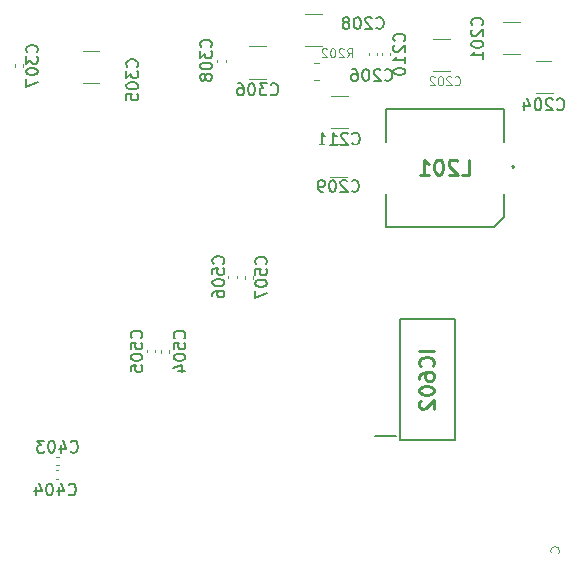
<source format=gbo>
%TF.GenerationSoftware,KiCad,Pcbnew,(5.1.10)-1*%
%TF.CreationDate,2021-07-14T15:21:17-07:00*%
%TF.ProjectId,laser,6c617365-722e-46b6-9963-61645f706362,rev?*%
%TF.SameCoordinates,Original*%
%TF.FileFunction,Legend,Bot*%
%TF.FilePolarity,Positive*%
%FSLAX46Y46*%
G04 Gerber Fmt 4.6, Leading zero omitted, Abs format (unit mm)*
G04 Created by KiCad (PCBNEW (5.1.10)-1) date 2021-07-14 15:21:17*
%MOMM*%
%LPD*%
G01*
G04 APERTURE LIST*
%ADD10C,0.120000*%
%ADD11C,0.200000*%
%ADD12C,0.127000*%
%ADD13C,0.100000*%
%ADD14C,0.150000*%
%ADD15C,0.254000*%
%ADD16C,4.200000*%
%ADD17C,4.500000*%
%ADD18C,1.650000*%
%ADD19R,1.650000X1.650000*%
%ADD20R,1.800000X0.450000*%
%ADD21R,2.000000X3.500000*%
%ADD22C,1.524000*%
G04 APERTURE END LIST*
D10*
%TO.C,R202*%
X185552936Y-87535000D02*
X186007064Y-87535000D01*
X185552936Y-86065000D02*
X186007064Y-86065000D01*
%TO.C,C211*%
X187003748Y-91610000D02*
X188426252Y-91610000D01*
X187003748Y-88890000D02*
X188426252Y-88890000D01*
%TO.C,C209*%
X188366252Y-92990000D02*
X186943748Y-92990000D01*
X188366252Y-95710000D02*
X186943748Y-95710000D01*
%TO.C,C208*%
X184858748Y-84680000D02*
X186281252Y-84680000D01*
X184858748Y-81960000D02*
X186281252Y-81960000D01*
%TO.C,C204*%
X205811252Y-85920000D02*
X204388748Y-85920000D01*
X205811252Y-88640000D02*
X204388748Y-88640000D01*
%TO.C,C202*%
X197071252Y-84030000D02*
X195648748Y-84030000D01*
X197071252Y-86750000D02*
X195648748Y-86750000D01*
%TO.C,C201*%
X201588748Y-85360000D02*
X203011252Y-85360000D01*
X201588748Y-82640000D02*
X203011252Y-82640000D01*
%TO.C,C505*%
X172130000Y-110392164D02*
X172130000Y-110607836D01*
X171410000Y-110392164D02*
X171410000Y-110607836D01*
%TO.C,C506*%
X178340000Y-104092164D02*
X178340000Y-104307836D01*
X179060000Y-104092164D02*
X179060000Y-104307836D01*
%TO.C,C206*%
X190960000Y-85457836D02*
X190960000Y-85242164D01*
X190240000Y-85457836D02*
X190240000Y-85242164D01*
%TO.C,C210*%
X191340000Y-85457836D02*
X191340000Y-85242164D01*
X192060000Y-85457836D02*
X192060000Y-85242164D01*
%TO.C,C307*%
X160950000Y-86417836D02*
X160950000Y-86202164D01*
X160230000Y-86417836D02*
X160230000Y-86202164D01*
%TO.C,C308*%
X178120000Y-86047836D02*
X178120000Y-85832164D01*
X177400000Y-86047836D02*
X177400000Y-85832164D01*
%TO.C,C403*%
X163977836Y-120150000D02*
X163762164Y-120150000D01*
X163977836Y-119430000D02*
X163762164Y-119430000D01*
%TO.C,C404*%
X163947836Y-120590000D02*
X163732164Y-120590000D01*
X163947836Y-121310000D02*
X163732164Y-121310000D01*
%TO.C,C504*%
X173330000Y-110402164D02*
X173330000Y-110617836D01*
X172610000Y-110402164D02*
X172610000Y-110617836D01*
%TO.C,C507*%
X180460000Y-104142164D02*
X180460000Y-104357836D01*
X179740000Y-104142164D02*
X179740000Y-104357836D01*
D11*
%TO.C,IC602*%
X190740000Y-117690000D02*
X192540000Y-117690000D01*
X192890000Y-107790000D02*
X192890000Y-117990000D01*
X197490000Y-107790000D02*
X192890000Y-107790000D01*
X197490000Y-117990000D02*
X197490000Y-107790000D01*
X192890000Y-117990000D02*
X197490000Y-117990000D01*
%TO.C,L201*%
X202460000Y-94970000D02*
X202460000Y-94970000D01*
X202460000Y-94770000D02*
X202460000Y-94770000D01*
D12*
X201660000Y-99170000D02*
X201660000Y-97170000D01*
X200860000Y-99970000D02*
X201660000Y-99170000D01*
X191660000Y-99970000D02*
X200860000Y-99970000D01*
X191660000Y-97170000D02*
X191660000Y-99970000D01*
X191660000Y-89970000D02*
X191660000Y-92770000D01*
X201660000Y-89970000D02*
X191660000Y-89970000D01*
X201660000Y-92770000D02*
X201660000Y-89970000D01*
D11*
X202460000Y-94970000D02*
G75*
G03*
X202460000Y-94770000I0J100000D01*
G01*
X202460000Y-94770000D02*
G75*
G03*
X202460000Y-94970000I0J-100000D01*
G01*
D10*
%TO.C,U101*%
X206381000Y-127432000D02*
G75*
G03*
X206381000Y-127432000I-381000J0D01*
G01*
%TO.C,C305*%
X167411252Y-87820000D02*
X165988748Y-87820000D01*
X167411252Y-85100000D02*
X165988748Y-85100000D01*
%TO.C,C306*%
X181501252Y-84690000D02*
X180078748Y-84690000D01*
X181501252Y-87410000D02*
X180078748Y-87410000D01*
%TO.C,R202*%
D13*
X188389285Y-85609285D02*
X188639285Y-85252142D01*
X188817857Y-85609285D02*
X188817857Y-84859285D01*
X188532142Y-84859285D01*
X188460714Y-84895000D01*
X188425000Y-84930714D01*
X188389285Y-85002142D01*
X188389285Y-85109285D01*
X188425000Y-85180714D01*
X188460714Y-85216428D01*
X188532142Y-85252142D01*
X188817857Y-85252142D01*
X188103571Y-84930714D02*
X188067857Y-84895000D01*
X187996428Y-84859285D01*
X187817857Y-84859285D01*
X187746428Y-84895000D01*
X187710714Y-84930714D01*
X187675000Y-85002142D01*
X187675000Y-85073571D01*
X187710714Y-85180714D01*
X188139285Y-85609285D01*
X187675000Y-85609285D01*
X187210714Y-84859285D02*
X187139285Y-84859285D01*
X187067857Y-84895000D01*
X187032142Y-84930714D01*
X186996428Y-85002142D01*
X186960714Y-85145000D01*
X186960714Y-85323571D01*
X186996428Y-85466428D01*
X187032142Y-85537857D01*
X187067857Y-85573571D01*
X187139285Y-85609285D01*
X187210714Y-85609285D01*
X187282142Y-85573571D01*
X187317857Y-85537857D01*
X187353571Y-85466428D01*
X187389285Y-85323571D01*
X187389285Y-85145000D01*
X187353571Y-85002142D01*
X187317857Y-84930714D01*
X187282142Y-84895000D01*
X187210714Y-84859285D01*
X186675000Y-84930714D02*
X186639285Y-84895000D01*
X186567857Y-84859285D01*
X186389285Y-84859285D01*
X186317857Y-84895000D01*
X186282142Y-84930714D01*
X186246428Y-85002142D01*
X186246428Y-85073571D01*
X186282142Y-85180714D01*
X186710714Y-85609285D01*
X186246428Y-85609285D01*
%TO.C,C211*%
D14*
X188834047Y-92907142D02*
X188881666Y-92954761D01*
X189024523Y-93002380D01*
X189119761Y-93002380D01*
X189262619Y-92954761D01*
X189357857Y-92859523D01*
X189405476Y-92764285D01*
X189453095Y-92573809D01*
X189453095Y-92430952D01*
X189405476Y-92240476D01*
X189357857Y-92145238D01*
X189262619Y-92050000D01*
X189119761Y-92002380D01*
X189024523Y-92002380D01*
X188881666Y-92050000D01*
X188834047Y-92097619D01*
X188453095Y-92097619D02*
X188405476Y-92050000D01*
X188310238Y-92002380D01*
X188072142Y-92002380D01*
X187976904Y-92050000D01*
X187929285Y-92097619D01*
X187881666Y-92192857D01*
X187881666Y-92288095D01*
X187929285Y-92430952D01*
X188500714Y-93002380D01*
X187881666Y-93002380D01*
X186929285Y-93002380D02*
X187500714Y-93002380D01*
X187215000Y-93002380D02*
X187215000Y-92002380D01*
X187310238Y-92145238D01*
X187405476Y-92240476D01*
X187500714Y-92288095D01*
X185976904Y-93002380D02*
X186548333Y-93002380D01*
X186262619Y-93002380D02*
X186262619Y-92002380D01*
X186357857Y-92145238D01*
X186453095Y-92240476D01*
X186548333Y-92288095D01*
%TO.C,C209*%
X188769047Y-96907142D02*
X188816666Y-96954761D01*
X188959523Y-97002380D01*
X189054761Y-97002380D01*
X189197619Y-96954761D01*
X189292857Y-96859523D01*
X189340476Y-96764285D01*
X189388095Y-96573809D01*
X189388095Y-96430952D01*
X189340476Y-96240476D01*
X189292857Y-96145238D01*
X189197619Y-96050000D01*
X189054761Y-96002380D01*
X188959523Y-96002380D01*
X188816666Y-96050000D01*
X188769047Y-96097619D01*
X188388095Y-96097619D02*
X188340476Y-96050000D01*
X188245238Y-96002380D01*
X188007142Y-96002380D01*
X187911904Y-96050000D01*
X187864285Y-96097619D01*
X187816666Y-96192857D01*
X187816666Y-96288095D01*
X187864285Y-96430952D01*
X188435714Y-97002380D01*
X187816666Y-97002380D01*
X187197619Y-96002380D02*
X187102380Y-96002380D01*
X187007142Y-96050000D01*
X186959523Y-96097619D01*
X186911904Y-96192857D01*
X186864285Y-96383333D01*
X186864285Y-96621428D01*
X186911904Y-96811904D01*
X186959523Y-96907142D01*
X187007142Y-96954761D01*
X187102380Y-97002380D01*
X187197619Y-97002380D01*
X187292857Y-96954761D01*
X187340476Y-96907142D01*
X187388095Y-96811904D01*
X187435714Y-96621428D01*
X187435714Y-96383333D01*
X187388095Y-96192857D01*
X187340476Y-96097619D01*
X187292857Y-96050000D01*
X187197619Y-96002380D01*
X186388095Y-97002380D02*
X186197619Y-97002380D01*
X186102380Y-96954761D01*
X186054761Y-96907142D01*
X185959523Y-96764285D01*
X185911904Y-96573809D01*
X185911904Y-96192857D01*
X185959523Y-96097619D01*
X186007142Y-96050000D01*
X186102380Y-96002380D01*
X186292857Y-96002380D01*
X186388095Y-96050000D01*
X186435714Y-96097619D01*
X186483333Y-96192857D01*
X186483333Y-96430952D01*
X186435714Y-96526190D01*
X186388095Y-96573809D01*
X186292857Y-96621428D01*
X186102380Y-96621428D01*
X186007142Y-96573809D01*
X185959523Y-96526190D01*
X185911904Y-96430952D01*
%TO.C,C208*%
X190869047Y-83117142D02*
X190916666Y-83164761D01*
X191059523Y-83212380D01*
X191154761Y-83212380D01*
X191297619Y-83164761D01*
X191392857Y-83069523D01*
X191440476Y-82974285D01*
X191488095Y-82783809D01*
X191488095Y-82640952D01*
X191440476Y-82450476D01*
X191392857Y-82355238D01*
X191297619Y-82260000D01*
X191154761Y-82212380D01*
X191059523Y-82212380D01*
X190916666Y-82260000D01*
X190869047Y-82307619D01*
X190488095Y-82307619D02*
X190440476Y-82260000D01*
X190345238Y-82212380D01*
X190107142Y-82212380D01*
X190011904Y-82260000D01*
X189964285Y-82307619D01*
X189916666Y-82402857D01*
X189916666Y-82498095D01*
X189964285Y-82640952D01*
X190535714Y-83212380D01*
X189916666Y-83212380D01*
X189297619Y-82212380D02*
X189202380Y-82212380D01*
X189107142Y-82260000D01*
X189059523Y-82307619D01*
X189011904Y-82402857D01*
X188964285Y-82593333D01*
X188964285Y-82831428D01*
X189011904Y-83021904D01*
X189059523Y-83117142D01*
X189107142Y-83164761D01*
X189202380Y-83212380D01*
X189297619Y-83212380D01*
X189392857Y-83164761D01*
X189440476Y-83117142D01*
X189488095Y-83021904D01*
X189535714Y-82831428D01*
X189535714Y-82593333D01*
X189488095Y-82402857D01*
X189440476Y-82307619D01*
X189392857Y-82260000D01*
X189297619Y-82212380D01*
X188392857Y-82640952D02*
X188488095Y-82593333D01*
X188535714Y-82545714D01*
X188583333Y-82450476D01*
X188583333Y-82402857D01*
X188535714Y-82307619D01*
X188488095Y-82260000D01*
X188392857Y-82212380D01*
X188202380Y-82212380D01*
X188107142Y-82260000D01*
X188059523Y-82307619D01*
X188011904Y-82402857D01*
X188011904Y-82450476D01*
X188059523Y-82545714D01*
X188107142Y-82593333D01*
X188202380Y-82640952D01*
X188392857Y-82640952D01*
X188488095Y-82688571D01*
X188535714Y-82736190D01*
X188583333Y-82831428D01*
X188583333Y-83021904D01*
X188535714Y-83117142D01*
X188488095Y-83164761D01*
X188392857Y-83212380D01*
X188202380Y-83212380D01*
X188107142Y-83164761D01*
X188059523Y-83117142D01*
X188011904Y-83021904D01*
X188011904Y-82831428D01*
X188059523Y-82736190D01*
X188107142Y-82688571D01*
X188202380Y-82640952D01*
%TO.C,C204*%
X206169047Y-90007142D02*
X206216666Y-90054761D01*
X206359523Y-90102380D01*
X206454761Y-90102380D01*
X206597619Y-90054761D01*
X206692857Y-89959523D01*
X206740476Y-89864285D01*
X206788095Y-89673809D01*
X206788095Y-89530952D01*
X206740476Y-89340476D01*
X206692857Y-89245238D01*
X206597619Y-89150000D01*
X206454761Y-89102380D01*
X206359523Y-89102380D01*
X206216666Y-89150000D01*
X206169047Y-89197619D01*
X205788095Y-89197619D02*
X205740476Y-89150000D01*
X205645238Y-89102380D01*
X205407142Y-89102380D01*
X205311904Y-89150000D01*
X205264285Y-89197619D01*
X205216666Y-89292857D01*
X205216666Y-89388095D01*
X205264285Y-89530952D01*
X205835714Y-90102380D01*
X205216666Y-90102380D01*
X204597619Y-89102380D02*
X204502380Y-89102380D01*
X204407142Y-89150000D01*
X204359523Y-89197619D01*
X204311904Y-89292857D01*
X204264285Y-89483333D01*
X204264285Y-89721428D01*
X204311904Y-89911904D01*
X204359523Y-90007142D01*
X204407142Y-90054761D01*
X204502380Y-90102380D01*
X204597619Y-90102380D01*
X204692857Y-90054761D01*
X204740476Y-90007142D01*
X204788095Y-89911904D01*
X204835714Y-89721428D01*
X204835714Y-89483333D01*
X204788095Y-89292857D01*
X204740476Y-89197619D01*
X204692857Y-89150000D01*
X204597619Y-89102380D01*
X203407142Y-89435714D02*
X203407142Y-90102380D01*
X203645238Y-89054761D02*
X203883333Y-89769047D01*
X203264285Y-89769047D01*
%TO.C,C202*%
D13*
X197509285Y-87917857D02*
X197545000Y-87953571D01*
X197652142Y-87989285D01*
X197723571Y-87989285D01*
X197830714Y-87953571D01*
X197902142Y-87882142D01*
X197937857Y-87810714D01*
X197973571Y-87667857D01*
X197973571Y-87560714D01*
X197937857Y-87417857D01*
X197902142Y-87346428D01*
X197830714Y-87275000D01*
X197723571Y-87239285D01*
X197652142Y-87239285D01*
X197545000Y-87275000D01*
X197509285Y-87310714D01*
X197223571Y-87310714D02*
X197187857Y-87275000D01*
X197116428Y-87239285D01*
X196937857Y-87239285D01*
X196866428Y-87275000D01*
X196830714Y-87310714D01*
X196795000Y-87382142D01*
X196795000Y-87453571D01*
X196830714Y-87560714D01*
X197259285Y-87989285D01*
X196795000Y-87989285D01*
X196330714Y-87239285D02*
X196259285Y-87239285D01*
X196187857Y-87275000D01*
X196152142Y-87310714D01*
X196116428Y-87382142D01*
X196080714Y-87525000D01*
X196080714Y-87703571D01*
X196116428Y-87846428D01*
X196152142Y-87917857D01*
X196187857Y-87953571D01*
X196259285Y-87989285D01*
X196330714Y-87989285D01*
X196402142Y-87953571D01*
X196437857Y-87917857D01*
X196473571Y-87846428D01*
X196509285Y-87703571D01*
X196509285Y-87525000D01*
X196473571Y-87382142D01*
X196437857Y-87310714D01*
X196402142Y-87275000D01*
X196330714Y-87239285D01*
X195795000Y-87310714D02*
X195759285Y-87275000D01*
X195687857Y-87239285D01*
X195509285Y-87239285D01*
X195437857Y-87275000D01*
X195402142Y-87310714D01*
X195366428Y-87382142D01*
X195366428Y-87453571D01*
X195402142Y-87560714D01*
X195830714Y-87989285D01*
X195366428Y-87989285D01*
%TO.C,C201*%
D14*
X199807142Y-82880952D02*
X199854761Y-82833333D01*
X199902380Y-82690476D01*
X199902380Y-82595238D01*
X199854761Y-82452380D01*
X199759523Y-82357142D01*
X199664285Y-82309523D01*
X199473809Y-82261904D01*
X199330952Y-82261904D01*
X199140476Y-82309523D01*
X199045238Y-82357142D01*
X198950000Y-82452380D01*
X198902380Y-82595238D01*
X198902380Y-82690476D01*
X198950000Y-82833333D01*
X198997619Y-82880952D01*
X198997619Y-83261904D02*
X198950000Y-83309523D01*
X198902380Y-83404761D01*
X198902380Y-83642857D01*
X198950000Y-83738095D01*
X198997619Y-83785714D01*
X199092857Y-83833333D01*
X199188095Y-83833333D01*
X199330952Y-83785714D01*
X199902380Y-83214285D01*
X199902380Y-83833333D01*
X198902380Y-84452380D02*
X198902380Y-84547619D01*
X198950000Y-84642857D01*
X198997619Y-84690476D01*
X199092857Y-84738095D01*
X199283333Y-84785714D01*
X199521428Y-84785714D01*
X199711904Y-84738095D01*
X199807142Y-84690476D01*
X199854761Y-84642857D01*
X199902380Y-84547619D01*
X199902380Y-84452380D01*
X199854761Y-84357142D01*
X199807142Y-84309523D01*
X199711904Y-84261904D01*
X199521428Y-84214285D01*
X199283333Y-84214285D01*
X199092857Y-84261904D01*
X198997619Y-84309523D01*
X198950000Y-84357142D01*
X198902380Y-84452380D01*
X199902380Y-85738095D02*
X199902380Y-85166666D01*
X199902380Y-85452380D02*
X198902380Y-85452380D01*
X199045238Y-85357142D01*
X199140476Y-85261904D01*
X199188095Y-85166666D01*
%TO.C,C505*%
X170967142Y-109380952D02*
X171014761Y-109333333D01*
X171062380Y-109190476D01*
X171062380Y-109095238D01*
X171014761Y-108952380D01*
X170919523Y-108857142D01*
X170824285Y-108809523D01*
X170633809Y-108761904D01*
X170490952Y-108761904D01*
X170300476Y-108809523D01*
X170205238Y-108857142D01*
X170110000Y-108952380D01*
X170062380Y-109095238D01*
X170062380Y-109190476D01*
X170110000Y-109333333D01*
X170157619Y-109380952D01*
X170062380Y-110285714D02*
X170062380Y-109809523D01*
X170538571Y-109761904D01*
X170490952Y-109809523D01*
X170443333Y-109904761D01*
X170443333Y-110142857D01*
X170490952Y-110238095D01*
X170538571Y-110285714D01*
X170633809Y-110333333D01*
X170871904Y-110333333D01*
X170967142Y-110285714D01*
X171014761Y-110238095D01*
X171062380Y-110142857D01*
X171062380Y-109904761D01*
X171014761Y-109809523D01*
X170967142Y-109761904D01*
X170062380Y-110952380D02*
X170062380Y-111047619D01*
X170110000Y-111142857D01*
X170157619Y-111190476D01*
X170252857Y-111238095D01*
X170443333Y-111285714D01*
X170681428Y-111285714D01*
X170871904Y-111238095D01*
X170967142Y-111190476D01*
X171014761Y-111142857D01*
X171062380Y-111047619D01*
X171062380Y-110952380D01*
X171014761Y-110857142D01*
X170967142Y-110809523D01*
X170871904Y-110761904D01*
X170681428Y-110714285D01*
X170443333Y-110714285D01*
X170252857Y-110761904D01*
X170157619Y-110809523D01*
X170110000Y-110857142D01*
X170062380Y-110952380D01*
X170062380Y-112190476D02*
X170062380Y-111714285D01*
X170538571Y-111666666D01*
X170490952Y-111714285D01*
X170443333Y-111809523D01*
X170443333Y-112047619D01*
X170490952Y-112142857D01*
X170538571Y-112190476D01*
X170633809Y-112238095D01*
X170871904Y-112238095D01*
X170967142Y-112190476D01*
X171014761Y-112142857D01*
X171062380Y-112047619D01*
X171062380Y-111809523D01*
X171014761Y-111714285D01*
X170967142Y-111666666D01*
%TO.C,C506*%
X177897142Y-103080952D02*
X177944761Y-103033333D01*
X177992380Y-102890476D01*
X177992380Y-102795238D01*
X177944761Y-102652380D01*
X177849523Y-102557142D01*
X177754285Y-102509523D01*
X177563809Y-102461904D01*
X177420952Y-102461904D01*
X177230476Y-102509523D01*
X177135238Y-102557142D01*
X177040000Y-102652380D01*
X176992380Y-102795238D01*
X176992380Y-102890476D01*
X177040000Y-103033333D01*
X177087619Y-103080952D01*
X176992380Y-103985714D02*
X176992380Y-103509523D01*
X177468571Y-103461904D01*
X177420952Y-103509523D01*
X177373333Y-103604761D01*
X177373333Y-103842857D01*
X177420952Y-103938095D01*
X177468571Y-103985714D01*
X177563809Y-104033333D01*
X177801904Y-104033333D01*
X177897142Y-103985714D01*
X177944761Y-103938095D01*
X177992380Y-103842857D01*
X177992380Y-103604761D01*
X177944761Y-103509523D01*
X177897142Y-103461904D01*
X176992380Y-104652380D02*
X176992380Y-104747619D01*
X177040000Y-104842857D01*
X177087619Y-104890476D01*
X177182857Y-104938095D01*
X177373333Y-104985714D01*
X177611428Y-104985714D01*
X177801904Y-104938095D01*
X177897142Y-104890476D01*
X177944761Y-104842857D01*
X177992380Y-104747619D01*
X177992380Y-104652380D01*
X177944761Y-104557142D01*
X177897142Y-104509523D01*
X177801904Y-104461904D01*
X177611428Y-104414285D01*
X177373333Y-104414285D01*
X177182857Y-104461904D01*
X177087619Y-104509523D01*
X177040000Y-104557142D01*
X176992380Y-104652380D01*
X176992380Y-105842857D02*
X176992380Y-105652380D01*
X177040000Y-105557142D01*
X177087619Y-105509523D01*
X177230476Y-105414285D01*
X177420952Y-105366666D01*
X177801904Y-105366666D01*
X177897142Y-105414285D01*
X177944761Y-105461904D01*
X177992380Y-105557142D01*
X177992380Y-105747619D01*
X177944761Y-105842857D01*
X177897142Y-105890476D01*
X177801904Y-105938095D01*
X177563809Y-105938095D01*
X177468571Y-105890476D01*
X177420952Y-105842857D01*
X177373333Y-105747619D01*
X177373333Y-105557142D01*
X177420952Y-105461904D01*
X177468571Y-105414285D01*
X177563809Y-105366666D01*
%TO.C,C206*%
X191589047Y-87517142D02*
X191636666Y-87564761D01*
X191779523Y-87612380D01*
X191874761Y-87612380D01*
X192017619Y-87564761D01*
X192112857Y-87469523D01*
X192160476Y-87374285D01*
X192208095Y-87183809D01*
X192208095Y-87040952D01*
X192160476Y-86850476D01*
X192112857Y-86755238D01*
X192017619Y-86660000D01*
X191874761Y-86612380D01*
X191779523Y-86612380D01*
X191636666Y-86660000D01*
X191589047Y-86707619D01*
X191208095Y-86707619D02*
X191160476Y-86660000D01*
X191065238Y-86612380D01*
X190827142Y-86612380D01*
X190731904Y-86660000D01*
X190684285Y-86707619D01*
X190636666Y-86802857D01*
X190636666Y-86898095D01*
X190684285Y-87040952D01*
X191255714Y-87612380D01*
X190636666Y-87612380D01*
X190017619Y-86612380D02*
X189922380Y-86612380D01*
X189827142Y-86660000D01*
X189779523Y-86707619D01*
X189731904Y-86802857D01*
X189684285Y-86993333D01*
X189684285Y-87231428D01*
X189731904Y-87421904D01*
X189779523Y-87517142D01*
X189827142Y-87564761D01*
X189922380Y-87612380D01*
X190017619Y-87612380D01*
X190112857Y-87564761D01*
X190160476Y-87517142D01*
X190208095Y-87421904D01*
X190255714Y-87231428D01*
X190255714Y-86993333D01*
X190208095Y-86802857D01*
X190160476Y-86707619D01*
X190112857Y-86660000D01*
X190017619Y-86612380D01*
X188827142Y-86612380D02*
X189017619Y-86612380D01*
X189112857Y-86660000D01*
X189160476Y-86707619D01*
X189255714Y-86850476D01*
X189303333Y-87040952D01*
X189303333Y-87421904D01*
X189255714Y-87517142D01*
X189208095Y-87564761D01*
X189112857Y-87612380D01*
X188922380Y-87612380D01*
X188827142Y-87564761D01*
X188779523Y-87517142D01*
X188731904Y-87421904D01*
X188731904Y-87183809D01*
X188779523Y-87088571D01*
X188827142Y-87040952D01*
X188922380Y-86993333D01*
X189112857Y-86993333D01*
X189208095Y-87040952D01*
X189255714Y-87088571D01*
X189303333Y-87183809D01*
%TO.C,C210*%
X193217142Y-84230952D02*
X193264761Y-84183333D01*
X193312380Y-84040476D01*
X193312380Y-83945238D01*
X193264761Y-83802380D01*
X193169523Y-83707142D01*
X193074285Y-83659523D01*
X192883809Y-83611904D01*
X192740952Y-83611904D01*
X192550476Y-83659523D01*
X192455238Y-83707142D01*
X192360000Y-83802380D01*
X192312380Y-83945238D01*
X192312380Y-84040476D01*
X192360000Y-84183333D01*
X192407619Y-84230952D01*
X192407619Y-84611904D02*
X192360000Y-84659523D01*
X192312380Y-84754761D01*
X192312380Y-84992857D01*
X192360000Y-85088095D01*
X192407619Y-85135714D01*
X192502857Y-85183333D01*
X192598095Y-85183333D01*
X192740952Y-85135714D01*
X193312380Y-84564285D01*
X193312380Y-85183333D01*
X193312380Y-86135714D02*
X193312380Y-85564285D01*
X193312380Y-85850000D02*
X192312380Y-85850000D01*
X192455238Y-85754761D01*
X192550476Y-85659523D01*
X192598095Y-85564285D01*
X192312380Y-86754761D02*
X192312380Y-86850000D01*
X192360000Y-86945238D01*
X192407619Y-86992857D01*
X192502857Y-87040476D01*
X192693333Y-87088095D01*
X192931428Y-87088095D01*
X193121904Y-87040476D01*
X193217142Y-86992857D01*
X193264761Y-86945238D01*
X193312380Y-86850000D01*
X193312380Y-86754761D01*
X193264761Y-86659523D01*
X193217142Y-86611904D01*
X193121904Y-86564285D01*
X192931428Y-86516666D01*
X192693333Y-86516666D01*
X192502857Y-86564285D01*
X192407619Y-86611904D01*
X192360000Y-86659523D01*
X192312380Y-86754761D01*
%TO.C,C307*%
X162107142Y-85190952D02*
X162154761Y-85143333D01*
X162202380Y-85000476D01*
X162202380Y-84905238D01*
X162154761Y-84762380D01*
X162059523Y-84667142D01*
X161964285Y-84619523D01*
X161773809Y-84571904D01*
X161630952Y-84571904D01*
X161440476Y-84619523D01*
X161345238Y-84667142D01*
X161250000Y-84762380D01*
X161202380Y-84905238D01*
X161202380Y-85000476D01*
X161250000Y-85143333D01*
X161297619Y-85190952D01*
X161202380Y-85524285D02*
X161202380Y-86143333D01*
X161583333Y-85810000D01*
X161583333Y-85952857D01*
X161630952Y-86048095D01*
X161678571Y-86095714D01*
X161773809Y-86143333D01*
X162011904Y-86143333D01*
X162107142Y-86095714D01*
X162154761Y-86048095D01*
X162202380Y-85952857D01*
X162202380Y-85667142D01*
X162154761Y-85571904D01*
X162107142Y-85524285D01*
X161202380Y-86762380D02*
X161202380Y-86857619D01*
X161250000Y-86952857D01*
X161297619Y-87000476D01*
X161392857Y-87048095D01*
X161583333Y-87095714D01*
X161821428Y-87095714D01*
X162011904Y-87048095D01*
X162107142Y-87000476D01*
X162154761Y-86952857D01*
X162202380Y-86857619D01*
X162202380Y-86762380D01*
X162154761Y-86667142D01*
X162107142Y-86619523D01*
X162011904Y-86571904D01*
X161821428Y-86524285D01*
X161583333Y-86524285D01*
X161392857Y-86571904D01*
X161297619Y-86619523D01*
X161250000Y-86667142D01*
X161202380Y-86762380D01*
X161202380Y-87429047D02*
X161202380Y-88095714D01*
X162202380Y-87667142D01*
%TO.C,C308*%
X176857142Y-84730952D02*
X176904761Y-84683333D01*
X176952380Y-84540476D01*
X176952380Y-84445238D01*
X176904761Y-84302380D01*
X176809523Y-84207142D01*
X176714285Y-84159523D01*
X176523809Y-84111904D01*
X176380952Y-84111904D01*
X176190476Y-84159523D01*
X176095238Y-84207142D01*
X176000000Y-84302380D01*
X175952380Y-84445238D01*
X175952380Y-84540476D01*
X176000000Y-84683333D01*
X176047619Y-84730952D01*
X175952380Y-85064285D02*
X175952380Y-85683333D01*
X176333333Y-85350000D01*
X176333333Y-85492857D01*
X176380952Y-85588095D01*
X176428571Y-85635714D01*
X176523809Y-85683333D01*
X176761904Y-85683333D01*
X176857142Y-85635714D01*
X176904761Y-85588095D01*
X176952380Y-85492857D01*
X176952380Y-85207142D01*
X176904761Y-85111904D01*
X176857142Y-85064285D01*
X175952380Y-86302380D02*
X175952380Y-86397619D01*
X176000000Y-86492857D01*
X176047619Y-86540476D01*
X176142857Y-86588095D01*
X176333333Y-86635714D01*
X176571428Y-86635714D01*
X176761904Y-86588095D01*
X176857142Y-86540476D01*
X176904761Y-86492857D01*
X176952380Y-86397619D01*
X176952380Y-86302380D01*
X176904761Y-86207142D01*
X176857142Y-86159523D01*
X176761904Y-86111904D01*
X176571428Y-86064285D01*
X176333333Y-86064285D01*
X176142857Y-86111904D01*
X176047619Y-86159523D01*
X176000000Y-86207142D01*
X175952380Y-86302380D01*
X176380952Y-87207142D02*
X176333333Y-87111904D01*
X176285714Y-87064285D01*
X176190476Y-87016666D01*
X176142857Y-87016666D01*
X176047619Y-87064285D01*
X176000000Y-87111904D01*
X175952380Y-87207142D01*
X175952380Y-87397619D01*
X176000000Y-87492857D01*
X176047619Y-87540476D01*
X176142857Y-87588095D01*
X176190476Y-87588095D01*
X176285714Y-87540476D01*
X176333333Y-87492857D01*
X176380952Y-87397619D01*
X176380952Y-87207142D01*
X176428571Y-87111904D01*
X176476190Y-87064285D01*
X176571428Y-87016666D01*
X176761904Y-87016666D01*
X176857142Y-87064285D01*
X176904761Y-87111904D01*
X176952380Y-87207142D01*
X176952380Y-87397619D01*
X176904761Y-87492857D01*
X176857142Y-87540476D01*
X176761904Y-87588095D01*
X176571428Y-87588095D01*
X176476190Y-87540476D01*
X176428571Y-87492857D01*
X176380952Y-87397619D01*
%TO.C,C403*%
X164989047Y-118987142D02*
X165036666Y-119034761D01*
X165179523Y-119082380D01*
X165274761Y-119082380D01*
X165417619Y-119034761D01*
X165512857Y-118939523D01*
X165560476Y-118844285D01*
X165608095Y-118653809D01*
X165608095Y-118510952D01*
X165560476Y-118320476D01*
X165512857Y-118225238D01*
X165417619Y-118130000D01*
X165274761Y-118082380D01*
X165179523Y-118082380D01*
X165036666Y-118130000D01*
X164989047Y-118177619D01*
X164131904Y-118415714D02*
X164131904Y-119082380D01*
X164370000Y-118034761D02*
X164608095Y-118749047D01*
X163989047Y-118749047D01*
X163417619Y-118082380D02*
X163322380Y-118082380D01*
X163227142Y-118130000D01*
X163179523Y-118177619D01*
X163131904Y-118272857D01*
X163084285Y-118463333D01*
X163084285Y-118701428D01*
X163131904Y-118891904D01*
X163179523Y-118987142D01*
X163227142Y-119034761D01*
X163322380Y-119082380D01*
X163417619Y-119082380D01*
X163512857Y-119034761D01*
X163560476Y-118987142D01*
X163608095Y-118891904D01*
X163655714Y-118701428D01*
X163655714Y-118463333D01*
X163608095Y-118272857D01*
X163560476Y-118177619D01*
X163512857Y-118130000D01*
X163417619Y-118082380D01*
X162750952Y-118082380D02*
X162131904Y-118082380D01*
X162465238Y-118463333D01*
X162322380Y-118463333D01*
X162227142Y-118510952D01*
X162179523Y-118558571D01*
X162131904Y-118653809D01*
X162131904Y-118891904D01*
X162179523Y-118987142D01*
X162227142Y-119034761D01*
X162322380Y-119082380D01*
X162608095Y-119082380D01*
X162703333Y-119034761D01*
X162750952Y-118987142D01*
%TO.C,C404*%
X164819047Y-122607142D02*
X164866666Y-122654761D01*
X165009523Y-122702380D01*
X165104761Y-122702380D01*
X165247619Y-122654761D01*
X165342857Y-122559523D01*
X165390476Y-122464285D01*
X165438095Y-122273809D01*
X165438095Y-122130952D01*
X165390476Y-121940476D01*
X165342857Y-121845238D01*
X165247619Y-121750000D01*
X165104761Y-121702380D01*
X165009523Y-121702380D01*
X164866666Y-121750000D01*
X164819047Y-121797619D01*
X163961904Y-122035714D02*
X163961904Y-122702380D01*
X164200000Y-121654761D02*
X164438095Y-122369047D01*
X163819047Y-122369047D01*
X163247619Y-121702380D02*
X163152380Y-121702380D01*
X163057142Y-121750000D01*
X163009523Y-121797619D01*
X162961904Y-121892857D01*
X162914285Y-122083333D01*
X162914285Y-122321428D01*
X162961904Y-122511904D01*
X163009523Y-122607142D01*
X163057142Y-122654761D01*
X163152380Y-122702380D01*
X163247619Y-122702380D01*
X163342857Y-122654761D01*
X163390476Y-122607142D01*
X163438095Y-122511904D01*
X163485714Y-122321428D01*
X163485714Y-122083333D01*
X163438095Y-121892857D01*
X163390476Y-121797619D01*
X163342857Y-121750000D01*
X163247619Y-121702380D01*
X162057142Y-122035714D02*
X162057142Y-122702380D01*
X162295238Y-121654761D02*
X162533333Y-122369047D01*
X161914285Y-122369047D01*
%TO.C,C504*%
X174607142Y-109390952D02*
X174654761Y-109343333D01*
X174702380Y-109200476D01*
X174702380Y-109105238D01*
X174654761Y-108962380D01*
X174559523Y-108867142D01*
X174464285Y-108819523D01*
X174273809Y-108771904D01*
X174130952Y-108771904D01*
X173940476Y-108819523D01*
X173845238Y-108867142D01*
X173750000Y-108962380D01*
X173702380Y-109105238D01*
X173702380Y-109200476D01*
X173750000Y-109343333D01*
X173797619Y-109390952D01*
X173702380Y-110295714D02*
X173702380Y-109819523D01*
X174178571Y-109771904D01*
X174130952Y-109819523D01*
X174083333Y-109914761D01*
X174083333Y-110152857D01*
X174130952Y-110248095D01*
X174178571Y-110295714D01*
X174273809Y-110343333D01*
X174511904Y-110343333D01*
X174607142Y-110295714D01*
X174654761Y-110248095D01*
X174702380Y-110152857D01*
X174702380Y-109914761D01*
X174654761Y-109819523D01*
X174607142Y-109771904D01*
X173702380Y-110962380D02*
X173702380Y-111057619D01*
X173750000Y-111152857D01*
X173797619Y-111200476D01*
X173892857Y-111248095D01*
X174083333Y-111295714D01*
X174321428Y-111295714D01*
X174511904Y-111248095D01*
X174607142Y-111200476D01*
X174654761Y-111152857D01*
X174702380Y-111057619D01*
X174702380Y-110962380D01*
X174654761Y-110867142D01*
X174607142Y-110819523D01*
X174511904Y-110771904D01*
X174321428Y-110724285D01*
X174083333Y-110724285D01*
X173892857Y-110771904D01*
X173797619Y-110819523D01*
X173750000Y-110867142D01*
X173702380Y-110962380D01*
X174035714Y-112152857D02*
X174702380Y-112152857D01*
X173654761Y-111914761D02*
X174369047Y-111676666D01*
X174369047Y-112295714D01*
%TO.C,C507*%
X181507142Y-103130952D02*
X181554761Y-103083333D01*
X181602380Y-102940476D01*
X181602380Y-102845238D01*
X181554761Y-102702380D01*
X181459523Y-102607142D01*
X181364285Y-102559523D01*
X181173809Y-102511904D01*
X181030952Y-102511904D01*
X180840476Y-102559523D01*
X180745238Y-102607142D01*
X180650000Y-102702380D01*
X180602380Y-102845238D01*
X180602380Y-102940476D01*
X180650000Y-103083333D01*
X180697619Y-103130952D01*
X180602380Y-104035714D02*
X180602380Y-103559523D01*
X181078571Y-103511904D01*
X181030952Y-103559523D01*
X180983333Y-103654761D01*
X180983333Y-103892857D01*
X181030952Y-103988095D01*
X181078571Y-104035714D01*
X181173809Y-104083333D01*
X181411904Y-104083333D01*
X181507142Y-104035714D01*
X181554761Y-103988095D01*
X181602380Y-103892857D01*
X181602380Y-103654761D01*
X181554761Y-103559523D01*
X181507142Y-103511904D01*
X180602380Y-104702380D02*
X180602380Y-104797619D01*
X180650000Y-104892857D01*
X180697619Y-104940476D01*
X180792857Y-104988095D01*
X180983333Y-105035714D01*
X181221428Y-105035714D01*
X181411904Y-104988095D01*
X181507142Y-104940476D01*
X181554761Y-104892857D01*
X181602380Y-104797619D01*
X181602380Y-104702380D01*
X181554761Y-104607142D01*
X181507142Y-104559523D01*
X181411904Y-104511904D01*
X181221428Y-104464285D01*
X180983333Y-104464285D01*
X180792857Y-104511904D01*
X180697619Y-104559523D01*
X180650000Y-104607142D01*
X180602380Y-104702380D01*
X180602380Y-105369047D02*
X180602380Y-106035714D01*
X181602380Y-105607142D01*
%TO.C,IC602*%
D15*
X195764523Y-110440714D02*
X194494523Y-110440714D01*
X195643571Y-111771190D02*
X195704047Y-111710714D01*
X195764523Y-111529285D01*
X195764523Y-111408333D01*
X195704047Y-111226904D01*
X195583095Y-111105952D01*
X195462142Y-111045476D01*
X195220238Y-110985000D01*
X195038809Y-110985000D01*
X194796904Y-111045476D01*
X194675952Y-111105952D01*
X194555000Y-111226904D01*
X194494523Y-111408333D01*
X194494523Y-111529285D01*
X194555000Y-111710714D01*
X194615476Y-111771190D01*
X194494523Y-112859761D02*
X194494523Y-112617857D01*
X194555000Y-112496904D01*
X194615476Y-112436428D01*
X194796904Y-112315476D01*
X195038809Y-112255000D01*
X195522619Y-112255000D01*
X195643571Y-112315476D01*
X195704047Y-112375952D01*
X195764523Y-112496904D01*
X195764523Y-112738809D01*
X195704047Y-112859761D01*
X195643571Y-112920238D01*
X195522619Y-112980714D01*
X195220238Y-112980714D01*
X195099285Y-112920238D01*
X195038809Y-112859761D01*
X194978333Y-112738809D01*
X194978333Y-112496904D01*
X195038809Y-112375952D01*
X195099285Y-112315476D01*
X195220238Y-112255000D01*
X194494523Y-113766904D02*
X194494523Y-113887857D01*
X194555000Y-114008809D01*
X194615476Y-114069285D01*
X194736428Y-114129761D01*
X194978333Y-114190238D01*
X195280714Y-114190238D01*
X195522619Y-114129761D01*
X195643571Y-114069285D01*
X195704047Y-114008809D01*
X195764523Y-113887857D01*
X195764523Y-113766904D01*
X195704047Y-113645952D01*
X195643571Y-113585476D01*
X195522619Y-113525000D01*
X195280714Y-113464523D01*
X194978333Y-113464523D01*
X194736428Y-113525000D01*
X194615476Y-113585476D01*
X194555000Y-113645952D01*
X194494523Y-113766904D01*
X194615476Y-114674047D02*
X194555000Y-114734523D01*
X194494523Y-114855476D01*
X194494523Y-115157857D01*
X194555000Y-115278809D01*
X194615476Y-115339285D01*
X194736428Y-115399761D01*
X194857380Y-115399761D01*
X195038809Y-115339285D01*
X195764523Y-114613571D01*
X195764523Y-115399761D01*
%TO.C,L201*%
X198081190Y-95544523D02*
X198685952Y-95544523D01*
X198685952Y-94274523D01*
X197718333Y-94395476D02*
X197657857Y-94335000D01*
X197536904Y-94274523D01*
X197234523Y-94274523D01*
X197113571Y-94335000D01*
X197053095Y-94395476D01*
X196992619Y-94516428D01*
X196992619Y-94637380D01*
X197053095Y-94818809D01*
X197778809Y-95544523D01*
X196992619Y-95544523D01*
X196206428Y-94274523D02*
X196085476Y-94274523D01*
X195964523Y-94335000D01*
X195904047Y-94395476D01*
X195843571Y-94516428D01*
X195783095Y-94758333D01*
X195783095Y-95060714D01*
X195843571Y-95302619D01*
X195904047Y-95423571D01*
X195964523Y-95484047D01*
X196085476Y-95544523D01*
X196206428Y-95544523D01*
X196327380Y-95484047D01*
X196387857Y-95423571D01*
X196448333Y-95302619D01*
X196508809Y-95060714D01*
X196508809Y-94758333D01*
X196448333Y-94516428D01*
X196387857Y-94395476D01*
X196327380Y-94335000D01*
X196206428Y-94274523D01*
X194573571Y-95544523D02*
X195299285Y-95544523D01*
X194936428Y-95544523D02*
X194936428Y-94274523D01*
X195057380Y-94455952D01*
X195178333Y-94576904D01*
X195299285Y-94637380D01*
%TO.C,C305*%
D14*
X170597142Y-86410952D02*
X170644761Y-86363333D01*
X170692380Y-86220476D01*
X170692380Y-86125238D01*
X170644761Y-85982380D01*
X170549523Y-85887142D01*
X170454285Y-85839523D01*
X170263809Y-85791904D01*
X170120952Y-85791904D01*
X169930476Y-85839523D01*
X169835238Y-85887142D01*
X169740000Y-85982380D01*
X169692380Y-86125238D01*
X169692380Y-86220476D01*
X169740000Y-86363333D01*
X169787619Y-86410952D01*
X169692380Y-86744285D02*
X169692380Y-87363333D01*
X170073333Y-87030000D01*
X170073333Y-87172857D01*
X170120952Y-87268095D01*
X170168571Y-87315714D01*
X170263809Y-87363333D01*
X170501904Y-87363333D01*
X170597142Y-87315714D01*
X170644761Y-87268095D01*
X170692380Y-87172857D01*
X170692380Y-86887142D01*
X170644761Y-86791904D01*
X170597142Y-86744285D01*
X169692380Y-87982380D02*
X169692380Y-88077619D01*
X169740000Y-88172857D01*
X169787619Y-88220476D01*
X169882857Y-88268095D01*
X170073333Y-88315714D01*
X170311428Y-88315714D01*
X170501904Y-88268095D01*
X170597142Y-88220476D01*
X170644761Y-88172857D01*
X170692380Y-88077619D01*
X170692380Y-87982380D01*
X170644761Y-87887142D01*
X170597142Y-87839523D01*
X170501904Y-87791904D01*
X170311428Y-87744285D01*
X170073333Y-87744285D01*
X169882857Y-87791904D01*
X169787619Y-87839523D01*
X169740000Y-87887142D01*
X169692380Y-87982380D01*
X169692380Y-89220476D02*
X169692380Y-88744285D01*
X170168571Y-88696666D01*
X170120952Y-88744285D01*
X170073333Y-88839523D01*
X170073333Y-89077619D01*
X170120952Y-89172857D01*
X170168571Y-89220476D01*
X170263809Y-89268095D01*
X170501904Y-89268095D01*
X170597142Y-89220476D01*
X170644761Y-89172857D01*
X170692380Y-89077619D01*
X170692380Y-88839523D01*
X170644761Y-88744285D01*
X170597142Y-88696666D01*
%TO.C,C306*%
X181929047Y-88727142D02*
X181976666Y-88774761D01*
X182119523Y-88822380D01*
X182214761Y-88822380D01*
X182357619Y-88774761D01*
X182452857Y-88679523D01*
X182500476Y-88584285D01*
X182548095Y-88393809D01*
X182548095Y-88250952D01*
X182500476Y-88060476D01*
X182452857Y-87965238D01*
X182357619Y-87870000D01*
X182214761Y-87822380D01*
X182119523Y-87822380D01*
X181976666Y-87870000D01*
X181929047Y-87917619D01*
X181595714Y-87822380D02*
X180976666Y-87822380D01*
X181310000Y-88203333D01*
X181167142Y-88203333D01*
X181071904Y-88250952D01*
X181024285Y-88298571D01*
X180976666Y-88393809D01*
X180976666Y-88631904D01*
X181024285Y-88727142D01*
X181071904Y-88774761D01*
X181167142Y-88822380D01*
X181452857Y-88822380D01*
X181548095Y-88774761D01*
X181595714Y-88727142D01*
X180357619Y-87822380D02*
X180262380Y-87822380D01*
X180167142Y-87870000D01*
X180119523Y-87917619D01*
X180071904Y-88012857D01*
X180024285Y-88203333D01*
X180024285Y-88441428D01*
X180071904Y-88631904D01*
X180119523Y-88727142D01*
X180167142Y-88774761D01*
X180262380Y-88822380D01*
X180357619Y-88822380D01*
X180452857Y-88774761D01*
X180500476Y-88727142D01*
X180548095Y-88631904D01*
X180595714Y-88441428D01*
X180595714Y-88203333D01*
X180548095Y-88012857D01*
X180500476Y-87917619D01*
X180452857Y-87870000D01*
X180357619Y-87822380D01*
X179167142Y-87822380D02*
X179357619Y-87822380D01*
X179452857Y-87870000D01*
X179500476Y-87917619D01*
X179595714Y-88060476D01*
X179643333Y-88250952D01*
X179643333Y-88631904D01*
X179595714Y-88727142D01*
X179548095Y-88774761D01*
X179452857Y-88822380D01*
X179262380Y-88822380D01*
X179167142Y-88774761D01*
X179119523Y-88727142D01*
X179071904Y-88631904D01*
X179071904Y-88393809D01*
X179119523Y-88298571D01*
X179167142Y-88250952D01*
X179262380Y-88203333D01*
X179452857Y-88203333D01*
X179548095Y-88250952D01*
X179595714Y-88298571D01*
X179643333Y-88393809D01*
%TD*%
%LPC*%
D16*
%TO.C,REF\u002A\u002A*%
X205841600Y-129700000D03*
%TD*%
%TO.C,REF\u002A\u002A*%
X205867000Y-83903800D03*
%TD*%
D17*
%TO.C,REF\u002A\u002A*%
X126263400Y-93225600D03*
%TD*%
%TO.C,REF\u002A\u002A*%
X152374600Y-93200200D03*
%TD*%
%TO.C,REF\u002A\u002A*%
X152298400Y-121267200D03*
%TD*%
%TO.C,REF\u002A\u002A*%
X126263400Y-121165600D03*
%TD*%
%TO.C,REF\u002A\u002A*%
X130835400Y-129674600D03*
%TD*%
%TO.C,REF\u002A\u002A*%
X130830000Y-83930000D03*
%TD*%
D18*
%TO.C,J601*%
X207500000Y-116780000D03*
X204960000Y-116780000D03*
X202420000Y-116780000D03*
X207500000Y-114240000D03*
X204960000Y-114240000D03*
D19*
X202420000Y-114240000D03*
%TD*%
%TO.C,R202*%
G36*
G01*
X186180000Y-87250002D02*
X186180000Y-86349998D01*
G75*
G02*
X186429998Y-86100000I249998J0D01*
G01*
X186955002Y-86100000D01*
G75*
G02*
X187205000Y-86349998I0J-249998D01*
G01*
X187205000Y-87250002D01*
G75*
G02*
X186955002Y-87500000I-249998J0D01*
G01*
X186429998Y-87500000D01*
G75*
G02*
X186180000Y-87250002I0J249998D01*
G01*
G37*
G36*
G01*
X184355000Y-87250002D02*
X184355000Y-86349998D01*
G75*
G02*
X184604998Y-86100000I249998J0D01*
G01*
X185130002Y-86100000D01*
G75*
G02*
X185380000Y-86349998I0J-249998D01*
G01*
X185380000Y-87250002D01*
G75*
G02*
X185130002Y-87500000I-249998J0D01*
G01*
X184604998Y-87500000D01*
G75*
G02*
X184355000Y-87250002I0J249998D01*
G01*
G37*
%TD*%
%TO.C,C211*%
G36*
G01*
X188615000Y-91350001D02*
X188615000Y-89149999D01*
G75*
G02*
X188864999Y-88900000I249999J0D01*
G01*
X189515001Y-88900000D01*
G75*
G02*
X189765000Y-89149999I0J-249999D01*
G01*
X189765000Y-91350001D01*
G75*
G02*
X189515001Y-91600000I-249999J0D01*
G01*
X188864999Y-91600000D01*
G75*
G02*
X188615000Y-91350001I0J249999D01*
G01*
G37*
G36*
G01*
X185665000Y-91350001D02*
X185665000Y-89149999D01*
G75*
G02*
X185914999Y-88900000I249999J0D01*
G01*
X186565001Y-88900000D01*
G75*
G02*
X186815000Y-89149999I0J-249999D01*
G01*
X186815000Y-91350001D01*
G75*
G02*
X186565001Y-91600000I-249999J0D01*
G01*
X185914999Y-91600000D01*
G75*
G02*
X185665000Y-91350001I0J249999D01*
G01*
G37*
%TD*%
%TO.C,C209*%
G36*
G01*
X186755000Y-93249999D02*
X186755000Y-95450001D01*
G75*
G02*
X186505001Y-95700000I-249999J0D01*
G01*
X185854999Y-95700000D01*
G75*
G02*
X185605000Y-95450001I0J249999D01*
G01*
X185605000Y-93249999D01*
G75*
G02*
X185854999Y-93000000I249999J0D01*
G01*
X186505001Y-93000000D01*
G75*
G02*
X186755000Y-93249999I0J-249999D01*
G01*
G37*
G36*
G01*
X189705000Y-93249999D02*
X189705000Y-95450001D01*
G75*
G02*
X189455001Y-95700000I-249999J0D01*
G01*
X188804999Y-95700000D01*
G75*
G02*
X188555000Y-95450001I0J249999D01*
G01*
X188555000Y-93249999D01*
G75*
G02*
X188804999Y-93000000I249999J0D01*
G01*
X189455001Y-93000000D01*
G75*
G02*
X189705000Y-93249999I0J-249999D01*
G01*
G37*
%TD*%
%TO.C,C208*%
G36*
G01*
X186470000Y-84420001D02*
X186470000Y-82219999D01*
G75*
G02*
X186719999Y-81970000I249999J0D01*
G01*
X187370001Y-81970000D01*
G75*
G02*
X187620000Y-82219999I0J-249999D01*
G01*
X187620000Y-84420001D01*
G75*
G02*
X187370001Y-84670000I-249999J0D01*
G01*
X186719999Y-84670000D01*
G75*
G02*
X186470000Y-84420001I0J249999D01*
G01*
G37*
G36*
G01*
X183520000Y-84420001D02*
X183520000Y-82219999D01*
G75*
G02*
X183769999Y-81970000I249999J0D01*
G01*
X184420001Y-81970000D01*
G75*
G02*
X184670000Y-82219999I0J-249999D01*
G01*
X184670000Y-84420001D01*
G75*
G02*
X184420001Y-84670000I-249999J0D01*
G01*
X183769999Y-84670000D01*
G75*
G02*
X183520000Y-84420001I0J249999D01*
G01*
G37*
%TD*%
%TO.C,C204*%
G36*
G01*
X204200000Y-86179999D02*
X204200000Y-88380001D01*
G75*
G02*
X203950001Y-88630000I-249999J0D01*
G01*
X203299999Y-88630000D01*
G75*
G02*
X203050000Y-88380001I0J249999D01*
G01*
X203050000Y-86179999D01*
G75*
G02*
X203299999Y-85930000I249999J0D01*
G01*
X203950001Y-85930000D01*
G75*
G02*
X204200000Y-86179999I0J-249999D01*
G01*
G37*
G36*
G01*
X207150000Y-86179999D02*
X207150000Y-88380001D01*
G75*
G02*
X206900001Y-88630000I-249999J0D01*
G01*
X206249999Y-88630000D01*
G75*
G02*
X206000000Y-88380001I0J249999D01*
G01*
X206000000Y-86179999D01*
G75*
G02*
X206249999Y-85930000I249999J0D01*
G01*
X206900001Y-85930000D01*
G75*
G02*
X207150000Y-86179999I0J-249999D01*
G01*
G37*
%TD*%
%TO.C,C202*%
G36*
G01*
X195460000Y-84289999D02*
X195460000Y-86490001D01*
G75*
G02*
X195210001Y-86740000I-249999J0D01*
G01*
X194559999Y-86740000D01*
G75*
G02*
X194310000Y-86490001I0J249999D01*
G01*
X194310000Y-84289999D01*
G75*
G02*
X194559999Y-84040000I249999J0D01*
G01*
X195210001Y-84040000D01*
G75*
G02*
X195460000Y-84289999I0J-249999D01*
G01*
G37*
G36*
G01*
X198410000Y-84289999D02*
X198410000Y-86490001D01*
G75*
G02*
X198160001Y-86740000I-249999J0D01*
G01*
X197509999Y-86740000D01*
G75*
G02*
X197260000Y-86490001I0J249999D01*
G01*
X197260000Y-84289999D01*
G75*
G02*
X197509999Y-84040000I249999J0D01*
G01*
X198160001Y-84040000D01*
G75*
G02*
X198410000Y-84289999I0J-249999D01*
G01*
G37*
%TD*%
%TO.C,C201*%
G36*
G01*
X203200000Y-85100001D02*
X203200000Y-82899999D01*
G75*
G02*
X203449999Y-82650000I249999J0D01*
G01*
X204100001Y-82650000D01*
G75*
G02*
X204350000Y-82899999I0J-249999D01*
G01*
X204350000Y-85100001D01*
G75*
G02*
X204100001Y-85350000I-249999J0D01*
G01*
X203449999Y-85350000D01*
G75*
G02*
X203200000Y-85100001I0J249999D01*
G01*
G37*
G36*
G01*
X200250000Y-85100001D02*
X200250000Y-82899999D01*
G75*
G02*
X200499999Y-82650000I249999J0D01*
G01*
X201150001Y-82650000D01*
G75*
G02*
X201400000Y-82899999I0J-249999D01*
G01*
X201400000Y-85100001D01*
G75*
G02*
X201150001Y-85350000I-249999J0D01*
G01*
X200499999Y-85350000D01*
G75*
G02*
X200250000Y-85100001I0J249999D01*
G01*
G37*
%TD*%
%TO.C,C505*%
G36*
G01*
X171600000Y-109740000D02*
X171940000Y-109740000D01*
G75*
G02*
X172080000Y-109880000I0J-140000D01*
G01*
X172080000Y-110160000D01*
G75*
G02*
X171940000Y-110300000I-140000J0D01*
G01*
X171600000Y-110300000D01*
G75*
G02*
X171460000Y-110160000I0J140000D01*
G01*
X171460000Y-109880000D01*
G75*
G02*
X171600000Y-109740000I140000J0D01*
G01*
G37*
G36*
G01*
X171600000Y-110700000D02*
X171940000Y-110700000D01*
G75*
G02*
X172080000Y-110840000I0J-140000D01*
G01*
X172080000Y-111120000D01*
G75*
G02*
X171940000Y-111260000I-140000J0D01*
G01*
X171600000Y-111260000D01*
G75*
G02*
X171460000Y-111120000I0J140000D01*
G01*
X171460000Y-110840000D01*
G75*
G02*
X171600000Y-110700000I140000J0D01*
G01*
G37*
%TD*%
%TO.C,C506*%
G36*
G01*
X178530000Y-104400000D02*
X178870000Y-104400000D01*
G75*
G02*
X179010000Y-104540000I0J-140000D01*
G01*
X179010000Y-104820000D01*
G75*
G02*
X178870000Y-104960000I-140000J0D01*
G01*
X178530000Y-104960000D01*
G75*
G02*
X178390000Y-104820000I0J140000D01*
G01*
X178390000Y-104540000D01*
G75*
G02*
X178530000Y-104400000I140000J0D01*
G01*
G37*
G36*
G01*
X178530000Y-103440000D02*
X178870000Y-103440000D01*
G75*
G02*
X179010000Y-103580000I0J-140000D01*
G01*
X179010000Y-103860000D01*
G75*
G02*
X178870000Y-104000000I-140000J0D01*
G01*
X178530000Y-104000000D01*
G75*
G02*
X178390000Y-103860000I0J140000D01*
G01*
X178390000Y-103580000D01*
G75*
G02*
X178530000Y-103440000I140000J0D01*
G01*
G37*
%TD*%
%TO.C,C206*%
G36*
G01*
X190770000Y-85150000D02*
X190430000Y-85150000D01*
G75*
G02*
X190290000Y-85010000I0J140000D01*
G01*
X190290000Y-84730000D01*
G75*
G02*
X190430000Y-84590000I140000J0D01*
G01*
X190770000Y-84590000D01*
G75*
G02*
X190910000Y-84730000I0J-140000D01*
G01*
X190910000Y-85010000D01*
G75*
G02*
X190770000Y-85150000I-140000J0D01*
G01*
G37*
G36*
G01*
X190770000Y-86110000D02*
X190430000Y-86110000D01*
G75*
G02*
X190290000Y-85970000I0J140000D01*
G01*
X190290000Y-85690000D01*
G75*
G02*
X190430000Y-85550000I140000J0D01*
G01*
X190770000Y-85550000D01*
G75*
G02*
X190910000Y-85690000I0J-140000D01*
G01*
X190910000Y-85970000D01*
G75*
G02*
X190770000Y-86110000I-140000J0D01*
G01*
G37*
%TD*%
%TO.C,C210*%
G36*
G01*
X191870000Y-86110000D02*
X191530000Y-86110000D01*
G75*
G02*
X191390000Y-85970000I0J140000D01*
G01*
X191390000Y-85690000D01*
G75*
G02*
X191530000Y-85550000I140000J0D01*
G01*
X191870000Y-85550000D01*
G75*
G02*
X192010000Y-85690000I0J-140000D01*
G01*
X192010000Y-85970000D01*
G75*
G02*
X191870000Y-86110000I-140000J0D01*
G01*
G37*
G36*
G01*
X191870000Y-85150000D02*
X191530000Y-85150000D01*
G75*
G02*
X191390000Y-85010000I0J140000D01*
G01*
X191390000Y-84730000D01*
G75*
G02*
X191530000Y-84590000I140000J0D01*
G01*
X191870000Y-84590000D01*
G75*
G02*
X192010000Y-84730000I0J-140000D01*
G01*
X192010000Y-85010000D01*
G75*
G02*
X191870000Y-85150000I-140000J0D01*
G01*
G37*
%TD*%
%TO.C,C307*%
G36*
G01*
X160760000Y-86110000D02*
X160420000Y-86110000D01*
G75*
G02*
X160280000Y-85970000I0J140000D01*
G01*
X160280000Y-85690000D01*
G75*
G02*
X160420000Y-85550000I140000J0D01*
G01*
X160760000Y-85550000D01*
G75*
G02*
X160900000Y-85690000I0J-140000D01*
G01*
X160900000Y-85970000D01*
G75*
G02*
X160760000Y-86110000I-140000J0D01*
G01*
G37*
G36*
G01*
X160760000Y-87070000D02*
X160420000Y-87070000D01*
G75*
G02*
X160280000Y-86930000I0J140000D01*
G01*
X160280000Y-86650000D01*
G75*
G02*
X160420000Y-86510000I140000J0D01*
G01*
X160760000Y-86510000D01*
G75*
G02*
X160900000Y-86650000I0J-140000D01*
G01*
X160900000Y-86930000D01*
G75*
G02*
X160760000Y-87070000I-140000J0D01*
G01*
G37*
%TD*%
%TO.C,C308*%
G36*
G01*
X177930000Y-85740000D02*
X177590000Y-85740000D01*
G75*
G02*
X177450000Y-85600000I0J140000D01*
G01*
X177450000Y-85320000D01*
G75*
G02*
X177590000Y-85180000I140000J0D01*
G01*
X177930000Y-85180000D01*
G75*
G02*
X178070000Y-85320000I0J-140000D01*
G01*
X178070000Y-85600000D01*
G75*
G02*
X177930000Y-85740000I-140000J0D01*
G01*
G37*
G36*
G01*
X177930000Y-86700000D02*
X177590000Y-86700000D01*
G75*
G02*
X177450000Y-86560000I0J140000D01*
G01*
X177450000Y-86280000D01*
G75*
G02*
X177590000Y-86140000I140000J0D01*
G01*
X177930000Y-86140000D01*
G75*
G02*
X178070000Y-86280000I0J-140000D01*
G01*
X178070000Y-86560000D01*
G75*
G02*
X177930000Y-86700000I-140000J0D01*
G01*
G37*
%TD*%
%TO.C,C403*%
G36*
G01*
X164630000Y-119620000D02*
X164630000Y-119960000D01*
G75*
G02*
X164490000Y-120100000I-140000J0D01*
G01*
X164210000Y-120100000D01*
G75*
G02*
X164070000Y-119960000I0J140000D01*
G01*
X164070000Y-119620000D01*
G75*
G02*
X164210000Y-119480000I140000J0D01*
G01*
X164490000Y-119480000D01*
G75*
G02*
X164630000Y-119620000I0J-140000D01*
G01*
G37*
G36*
G01*
X163670000Y-119620000D02*
X163670000Y-119960000D01*
G75*
G02*
X163530000Y-120100000I-140000J0D01*
G01*
X163250000Y-120100000D01*
G75*
G02*
X163110000Y-119960000I0J140000D01*
G01*
X163110000Y-119620000D01*
G75*
G02*
X163250000Y-119480000I140000J0D01*
G01*
X163530000Y-119480000D01*
G75*
G02*
X163670000Y-119620000I0J-140000D01*
G01*
G37*
%TD*%
%TO.C,C404*%
G36*
G01*
X163640000Y-120780000D02*
X163640000Y-121120000D01*
G75*
G02*
X163500000Y-121260000I-140000J0D01*
G01*
X163220000Y-121260000D01*
G75*
G02*
X163080000Y-121120000I0J140000D01*
G01*
X163080000Y-120780000D01*
G75*
G02*
X163220000Y-120640000I140000J0D01*
G01*
X163500000Y-120640000D01*
G75*
G02*
X163640000Y-120780000I0J-140000D01*
G01*
G37*
G36*
G01*
X164600000Y-120780000D02*
X164600000Y-121120000D01*
G75*
G02*
X164460000Y-121260000I-140000J0D01*
G01*
X164180000Y-121260000D01*
G75*
G02*
X164040000Y-121120000I0J140000D01*
G01*
X164040000Y-120780000D01*
G75*
G02*
X164180000Y-120640000I140000J0D01*
G01*
X164460000Y-120640000D01*
G75*
G02*
X164600000Y-120780000I0J-140000D01*
G01*
G37*
%TD*%
%TO.C,C504*%
G36*
G01*
X172800000Y-109750000D02*
X173140000Y-109750000D01*
G75*
G02*
X173280000Y-109890000I0J-140000D01*
G01*
X173280000Y-110170000D01*
G75*
G02*
X173140000Y-110310000I-140000J0D01*
G01*
X172800000Y-110310000D01*
G75*
G02*
X172660000Y-110170000I0J140000D01*
G01*
X172660000Y-109890000D01*
G75*
G02*
X172800000Y-109750000I140000J0D01*
G01*
G37*
G36*
G01*
X172800000Y-110710000D02*
X173140000Y-110710000D01*
G75*
G02*
X173280000Y-110850000I0J-140000D01*
G01*
X173280000Y-111130000D01*
G75*
G02*
X173140000Y-111270000I-140000J0D01*
G01*
X172800000Y-111270000D01*
G75*
G02*
X172660000Y-111130000I0J140000D01*
G01*
X172660000Y-110850000D01*
G75*
G02*
X172800000Y-110710000I140000J0D01*
G01*
G37*
%TD*%
%TO.C,C507*%
G36*
G01*
X179930000Y-103490000D02*
X180270000Y-103490000D01*
G75*
G02*
X180410000Y-103630000I0J-140000D01*
G01*
X180410000Y-103910000D01*
G75*
G02*
X180270000Y-104050000I-140000J0D01*
G01*
X179930000Y-104050000D01*
G75*
G02*
X179790000Y-103910000I0J140000D01*
G01*
X179790000Y-103630000D01*
G75*
G02*
X179930000Y-103490000I140000J0D01*
G01*
G37*
G36*
G01*
X179930000Y-104450000D02*
X180270000Y-104450000D01*
G75*
G02*
X180410000Y-104590000I0J-140000D01*
G01*
X180410000Y-104870000D01*
G75*
G02*
X180270000Y-105010000I-140000J0D01*
G01*
X179930000Y-105010000D01*
G75*
G02*
X179790000Y-104870000I0J140000D01*
G01*
X179790000Y-104590000D01*
G75*
G02*
X179930000Y-104450000I140000J0D01*
G01*
G37*
%TD*%
D20*
%TO.C,IC602*%
X191640000Y-117115000D03*
X191640000Y-116465000D03*
X191640000Y-115815000D03*
X191640000Y-115165000D03*
X191640000Y-114515000D03*
X191640000Y-113865000D03*
X191640000Y-113215000D03*
X191640000Y-112565000D03*
X191640000Y-111915000D03*
X191640000Y-111265000D03*
X191640000Y-110615000D03*
X191640000Y-109965000D03*
X191640000Y-109315000D03*
X191640000Y-108665000D03*
X198740000Y-108665000D03*
X198740000Y-109315000D03*
X198740000Y-109965000D03*
X198740000Y-110615000D03*
X198740000Y-111265000D03*
X198740000Y-111915000D03*
X198740000Y-112565000D03*
X198740000Y-113215000D03*
X198740000Y-113865000D03*
X198740000Y-114515000D03*
X198740000Y-115165000D03*
X198740000Y-115815000D03*
X198740000Y-116465000D03*
X198740000Y-117115000D03*
%TD*%
D21*
%TO.C,L201*%
X201160000Y-94970000D03*
X192160000Y-94970000D03*
%TD*%
D22*
%TO.C,U101*%
X206000000Y-120320000D03*
X206000000Y-122860000D03*
X206000000Y-125400000D03*
%TD*%
%TO.C,C305*%
G36*
G01*
X168750000Y-85359999D02*
X168750000Y-87560001D01*
G75*
G02*
X168500001Y-87810000I-249999J0D01*
G01*
X167849999Y-87810000D01*
G75*
G02*
X167600000Y-87560001I0J249999D01*
G01*
X167600000Y-85359999D01*
G75*
G02*
X167849999Y-85110000I249999J0D01*
G01*
X168500001Y-85110000D01*
G75*
G02*
X168750000Y-85359999I0J-249999D01*
G01*
G37*
G36*
G01*
X165800000Y-85359999D02*
X165800000Y-87560001D01*
G75*
G02*
X165550001Y-87810000I-249999J0D01*
G01*
X164899999Y-87810000D01*
G75*
G02*
X164650000Y-87560001I0J249999D01*
G01*
X164650000Y-85359999D01*
G75*
G02*
X164899999Y-85110000I249999J0D01*
G01*
X165550001Y-85110000D01*
G75*
G02*
X165800000Y-85359999I0J-249999D01*
G01*
G37*
%TD*%
%TO.C,C306*%
G36*
G01*
X179890000Y-84949999D02*
X179890000Y-87150001D01*
G75*
G02*
X179640001Y-87400000I-249999J0D01*
G01*
X178989999Y-87400000D01*
G75*
G02*
X178740000Y-87150001I0J249999D01*
G01*
X178740000Y-84949999D01*
G75*
G02*
X178989999Y-84700000I249999J0D01*
G01*
X179640001Y-84700000D01*
G75*
G02*
X179890000Y-84949999I0J-249999D01*
G01*
G37*
G36*
G01*
X182840000Y-84949999D02*
X182840000Y-87150001D01*
G75*
G02*
X182590001Y-87400000I-249999J0D01*
G01*
X181939999Y-87400000D01*
G75*
G02*
X181690000Y-87150001I0J249999D01*
G01*
X181690000Y-84949999D01*
G75*
G02*
X181939999Y-84700000I249999J0D01*
G01*
X182590001Y-84700000D01*
G75*
G02*
X182840000Y-84949999I0J-249999D01*
G01*
G37*
%TD*%
M02*

</source>
